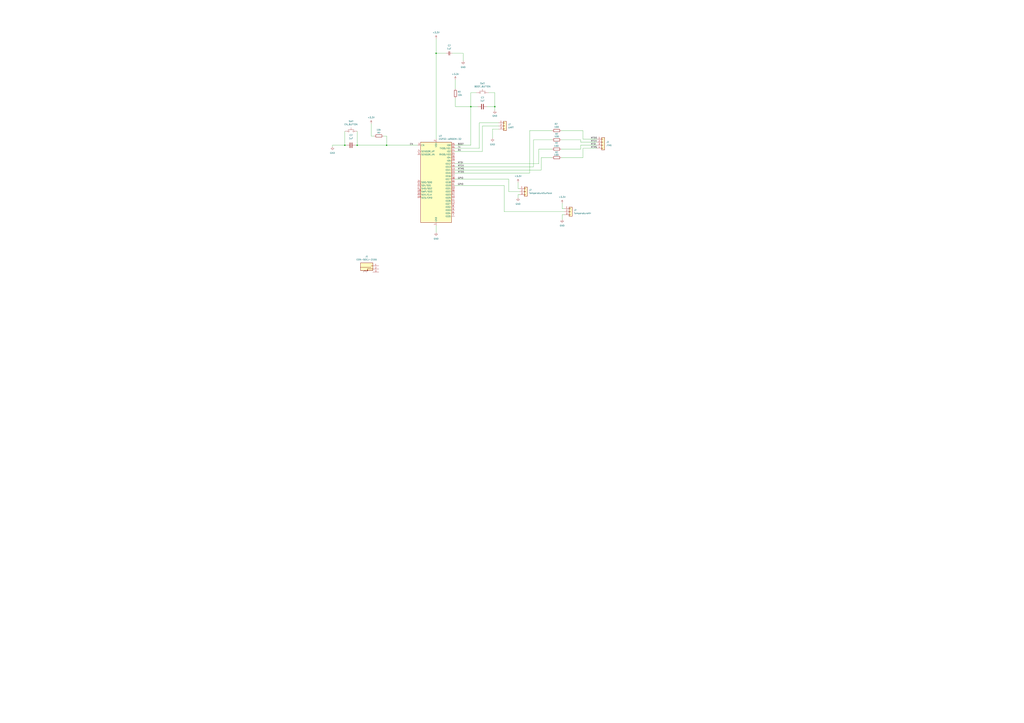
<source format=kicad_sch>
(kicad_sch (version 20231120) (generator "eeschema") (generator_version "8.0")
  (paper "A1")
  (lib_symbols
    (symbol "CON-SOCJ-2155:CON-SOCJ-2155" (pin_names (offset 1.016))
      (property "Reference" "J" (at -5.08 5.08 0))
      (property "Value" "CON-SOCJ-2155" (at -5.08 -4.318 0))
      (symbol "CON-SOCJ-2155_0_0"
        (rectangle (start -4.8683 -1.397) (end 5.2917 4.953) (stroke (width 0.254)) (fill (type background)))
        (polyline (pts (xy -2.54 -2.54) (xy -1.27 -1.27)) (stroke (width 0.254)))
        (polyline (pts (xy -1.27 -1.27) (xy 0 -2.54)) (stroke (width 0.254)))
        (polyline (pts (xy 0.762 0) (xy 0.762 -1.778)) (stroke (width 0.254)))
        (polyline (pts (xy 0.762 0) (xy 5.08 0)) (stroke (width 0.254)))
        (polyline (pts (xy 3.81 1.27) (xy -5.08 1.27)) (stroke (width 0.254)))
        (polyline (pts (xy 3.81 2.54) (xy 5.08 2.54)) (stroke (width 0.254)))
        (polyline (pts (xy 0.762 -1.778) (xy 0.508 -1.016) (xy 1.016 -1.016) (xy 0.762 -1.778)) (stroke (width 0.254)) (fill (type outline)))
        (pin passive line (at 10.16 2.54 180) (length 5.08) (name "~") (number "1"))
        (pin passive line (at 10.16 0 180) (length 5.08) (name "~") (number "2"))
        (pin passive line (at 10.16 -2.54 180) (length 5.08) (name "~") (number "3"))
      )
    )
    (symbol "Connector_Generic:Conn_01x03" (pin_names (offset 1.016) hide)
      (property "Reference" "J" (at 0 5.08 0))
      (property "Value" "Conn_01x03" (at 0 -5.08 0))
      (symbol "Conn_01x03_1_1"
        (rectangle (start -1.27 -2.413) (end 0 -2.667) (stroke (width 0.1524)))
        (rectangle (start -1.27 0.127) (end 0 -0.127) (stroke (width 0.1524)))
        (rectangle (start -1.27 2.667) (end 0 2.413) (stroke (width 0.1524)))
        (rectangle (start -1.27 3.81) (end 1.27 -3.81) (stroke (width 0.254)) (fill (type background)))
        (pin passive line (at -5.08 2.54 0) (length 3.81) (name "Pin_1") (number "1"))
        (pin passive line (at -5.08 0 0) (length 3.81) (name "Pin_2") (number "2"))
        (pin passive line (at -5.08 -2.54 0) (length 3.81) (name "Pin_3") (number "3"))
      )
    )
    (symbol "Connector_Generic:Conn_01x04" (pin_names (offset 1.016) hide)
      (property "Reference" "J" (at 0 5.08 0))
      (property "Value" "Conn_01x04" (at 0 -7.62 0))
      (symbol "Conn_01x04_1_1"
        (rectangle (start -1.27 -4.953) (end 0 -5.207) (stroke (width 0.1524)))
        (rectangle (start -1.27 -2.413) (end 0 -2.667) (stroke (width 0.1524)))
        (rectangle (start -1.27 0.127) (end 0 -0.127) (stroke (width 0.1524)))
        (rectangle (start -1.27 2.667) (end 0 2.413) (stroke (width 0.1524)))
        (rectangle (start -1.27 3.81) (end 1.27 -6.35) (stroke (width 0.254)) (fill (type background)))
        (pin passive line (at -5.08 2.54 0) (length 3.81) (name "Pin_1") (number "1"))
        (pin passive line (at -5.08 0 0) (length 3.81) (name "Pin_2") (number "2"))
        (pin passive line (at -5.08 -2.54 0) (length 3.81) (name "Pin_3") (number "3"))
        (pin passive line (at -5.08 -5.08 0) (length 3.81) (name "Pin_4") (number "4"))
      )
    )
    (symbol "Device:C" (pin_numbers hide) (pin_names (offset 0.254))
      (property "Reference" "C" (at 0.635 2.54 0))
      (property "Value" "C" (at 0.635 -2.54 0))
      (symbol "C_0_1"
        (polyline (pts (xy -2.032 -0.762) (xy 2.032 -0.762)) (stroke (width 0.508)))
        (polyline (pts (xy -2.032 0.762) (xy 2.032 0.762)) (stroke (width 0.508)))
      )
      (symbol "C_1_1"
        (pin passive line (at 0 3.81 270) (length 2.794) (name "~") (number "1"))
        (pin passive line (at 0 -3.81 90) (length 2.794) (name "~") (number "2"))
      )
    )
    (symbol "Device:C_Small" (pin_numbers hide) (pin_names (offset 0.254) hide)
      (property "Reference" "C" (at 0.254 1.778 0))
      (property "Value" "C_Small" (at 0.254 -2.032 0))
      (symbol "C_Small_0_1"
        (polyline (pts (xy -1.524 -0.508) (xy 1.524 -0.508)) (stroke (width 0.3302)))
        (polyline (pts (xy -1.524 0.508) (xy 1.524 0.508)) (stroke (width 0.3048)))
      )
      (symbol "C_Small_1_1"
        (pin passive line (at 0 2.54 270) (length 2.032) (name "~") (number "1"))
        (pin passive line (at 0 -2.54 90) (length 2.032) (name "~") (number "2"))
      )
    )
    (symbol "Device:R" (pin_numbers hide) (pin_names (offset 0))
      (property "Reference" "R" (at 2.032 0 90))
      (property "Value" "R" (at 0 0 90))
      (symbol "R_0_1"
        (rectangle (start -1.016 -2.54) (end 1.016 2.54) (stroke (width 0.254)))
      )
      (symbol "R_1_1"
        (pin passive line (at 0 3.81 270) (length 1.27) (name "~") (number "1"))
        (pin passive line (at 0 -3.81 90) (length 1.27) (name "~") (number "2"))
      )
    )
    (symbol "ESP32-WROOM-32_1"
      (property "Reference" "U" (at -12.7 34.29 0))
      (property "Value" "ESP32-WROOM-32" (at 1.27 34.29 0))
      (symbol "ESP32-WROOM-32_1_0_1"
        (rectangle (start -12.7 33.02) (end 12.7 -33.02) (stroke (width 0.254)) (fill (type background)))
      )
      (symbol "ESP32-WROOM-32_1_1_1"
        (pin power_in line (at 0 -35.56 90) (length 2.54) (name "GND") (number "1"))
        (pin bidirectional line (at 15.24 -12.7 180) (length 2.54) (name "IO25") (number "10"))
        (pin bidirectional line (at 15.24 -15.24 180) (length 2.54) (name "IO26") (number "11"))
        (pin bidirectional line (at 15.24 -17.78 180) (length 2.54) (name "IO27") (number "12"))
        (pin bidirectional line (at 15.24 10.16 180) (length 2.54) (name "IO14") (number "13"))
        (pin bidirectional line (at 15.24 15.24 180) (length 2.54) (name "IO12") (number "14"))
        (pin passive line (at 0 -35.56 90) (length 2.54) hide (name "GND") (number "15"))
        (pin bidirectional line (at 15.24 12.7 180) (length 2.54) (name "IO13") (number "16"))
        (pin bidirectional line (at -15.24 -5.08 0) (length 2.54) (name "SHD/SD2") (number "17"))
        (pin bidirectional line (at -15.24 -7.62 0) (length 2.54) (name "SWP/SD3") (number "18"))
        (pin bidirectional line (at -15.24 -12.7 0) (length 2.54) (name "SCS/CMD") (number "19"))
        (pin power_in line (at 0 35.56 270) (length 2.54) (name "VDD") (number "2"))
        (pin bidirectional line (at -15.24 -10.16 0) (length 2.54) (name "SCK/CLK") (number "20"))
        (pin bidirectional line (at -15.24 0 0) (length 2.54) (name "SDO/SD0") (number "21"))
        (pin bidirectional line (at -15.24 -2.54 0) (length 2.54) (name "SDI/SD1") (number "22"))
        (pin bidirectional line (at 15.24 7.62 180) (length 2.54) (name "IO15") (number "23"))
        (pin bidirectional line (at 15.24 25.4 180) (length 2.54) (name "IO2") (number "24"))
        (pin bidirectional line (at 15.24 30.48 180) (length 2.54) (name "IO0") (number "25"))
        (pin bidirectional line (at 15.24 20.32 180) (length 2.54) (name "IO4") (number "26"))
        (pin bidirectional line (at 15.24 5.08 180) (length 2.54) (name "IO16") (number "27"))
        (pin bidirectional line (at 15.24 2.54 180) (length 2.54) (name "IO17") (number "28"))
        (pin bidirectional line (at 15.24 17.78 180) (length 2.54) (name "IO5") (number "29"))
        (pin input line (at -15.24 30.48 0) (length 2.54) (name "EN") (number "3"))
        (pin bidirectional line (at 15.24 0 180) (length 2.54) (name "IO18") (number "30"))
        (pin bidirectional line (at 15.24 -2.54 180) (length 2.54) (name "IO19") (number "31"))
        (pin no_connect line (at -12.7 -27.94 0) (length 2.54) hide (name "NC") (number "32"))
        (pin bidirectional line (at 15.24 -5.08 180) (length 2.54) (name "IO21") (number "33"))
        (pin bidirectional line (at 15.24 22.86 180) (length 2.54) (name "RXD0/IO3") (number "34"))
        (pin bidirectional line (at 15.24 27.94 180) (length 2.54) (name "TXD0/IO1") (number "35"))
        (pin bidirectional line (at 15.24 -7.62 180) (length 2.54) (name "IO22") (number "36"))
        (pin bidirectional line (at 15.24 -10.16 180) (length 2.54) (name "IO23") (number "37"))
        (pin passive line (at 0 -35.56 90) (length 2.54) hide (name "GND") (number "38"))
        (pin passive line (at 0 -35.56 90) (length 2.54) hide (name "GND") (number "39"))
        (pin input line (at -15.24 25.4 0) (length 2.54) (name "SENSOR_VP") (number "4"))
        (pin input line (at -15.24 22.86 0) (length 2.54) (name "SENSOR_VN") (number "5"))
        (pin input line (at 15.24 -25.4 180) (length 2.54) (name "IO34") (number "6"))
        (pin input line (at 15.24 -27.94 180) (length 2.54) (name "IO35") (number "7"))
        (pin bidirectional line (at 15.24 -20.32 180) (length 2.54) (name "IO32") (number "8"))
        (pin bidirectional line (at 15.24 -22.86 180) (length 2.54) (name "IO33") (number "9"))
      )
    )
    (symbol "Switch:SW_Push" (pin_numbers hide) (pin_names (offset 1.016) hide)
      (property "Reference" "SW" (at 1.27 2.54 0))
      (property "Value" "SW_Push" (at 0 -1.524 0))
      (symbol "SW_Push_0_1"
        (circle (center -2.032 0) (radius 0.508))
        (polyline (pts (xy 0 1.27) (xy 0 3.048)))
        (polyline (pts (xy 2.54 1.27) (xy -2.54 1.27)))
        (circle (center 2.032 0) (radius 0.508))
        (pin passive line (at -5.08 0 0) (length 2.54) (name "1") (number "1"))
        (pin passive line (at 5.08 0 180) (length 2.54) (name "2") (number "2"))
      )
    )
    (symbol "power:+3.3V" (power) (pin_names (offset 0))
      (property "Value" "+3.3V" (at 0 3.556 0))
      (symbol "+3.3V_0_1"
        (polyline (pts (xy -0.762 1.27) (xy 0 2.54)))
        (polyline (pts (xy 0 0) (xy 0 2.54)))
        (polyline (pts (xy 0 2.54) (xy 0.762 1.27)))
      )
      (symbol "+3.3V_1_1"
        (pin power_in line (at 0 0 90) (length 0) hide (name "+3.3V") (number "1"))
      )
    )
    (symbol "power:GND" (power) (pin_names (offset 0))
      (property "Value" "GND" (at 0 -3.81 0))
      (symbol "GND_0_1"
        (polyline (pts (xy 0 0) (xy 0 -1.27) (xy 1.27 -1.27) (xy 0 -2.54) (xy -1.27 -1.27) (xy 0 -1.27)))
      )
      (symbol "GND_1_1"
        (pin power_in line (at 0 0 270) (length 0) hide (name "GND") (number "1"))
      )
    )
  )
  (junction (at 293.37 119.38))
  (junction (at 317.5 119.38))
  (junction (at 283.21 119.38))
  (junction (at 358.14 43.815))
  (junction (at 386.715 87.63))
  (junction (at 406.4 87.63))
  (wire (pts (xy 373.38 119.38) (xy 386.715 119.38)))
  (wire (pts (xy 396.24 124.46) (xy 396.24 103.505)))
  (wire (pts (xy 438.15 137.16) (xy 438.15 114.935)))
  (wire (pts (xy 373.38 134.62) (xy 442.595 134.62)))
  (wire (pts (xy 476.885 114.935) (xy 476.885 116.84)))
  (wire (pts (xy 461.01 129.54) (xy 478.79 129.54)))
  (wire (pts (xy 386.715 87.63) (xy 374.015 87.63)))
  (wire (pts (xy 317.5 111.76) (xy 314.96 111.76)))
  (wire (pts (xy 426.72 154.94) (xy 425.45 154.94)))
  (wire (pts (xy 373.38 137.16) (xy 438.15 137.16)))
  (wire (pts (xy 371.475 43.815) (xy 380.365 43.815)))
  (wire (pts (xy 283.21 119.38) (xy 284.48 119.38)))
  (wire (pts (xy 434.975 107.315) (xy 453.39 107.315)))
  (wire (pts (xy 461.645 176.53) (xy 461.645 180.34)))
  (wire (pts (xy 358.14 185.42) (xy 358.14 191.135)))
  (wire (pts (xy 386.715 87.63) (xy 392.43 87.63)))
  (wire (pts (xy 438.15 114.935) (xy 453.39 114.935)))
  (wire (pts (xy 293.37 119.38) (xy 317.5 119.38)))
  (wire (pts (xy 283.21 107.95) (xy 283.21 119.38)))
  (wire (pts (xy 442.595 122.555) (xy 453.39 122.555)))
  (wire (pts (xy 406.4 87.63) (xy 406.4 90.805)))
  (wire (pts (xy 478.79 114.3) (xy 490.22 114.3)))
  (wire (pts (xy 386.715 76.2) (xy 391.16 76.2)))
  (wire (pts (xy 396.24 103.505) (xy 409.575 103.505)))
  (wire (pts (xy 461.01 114.935) (xy 476.885 114.935)))
  (wire (pts (xy 317.5 119.38) (xy 317.5 111.76)))
  (wire (pts (xy 417.83 147.32) (xy 417.83 157.48)))
  (wire (pts (xy 426.72 160.02) (xy 425.45 160.02)))
  (wire (pts (xy 476.885 122.555) (xy 476.885 119.38)))
  (wire (pts (xy 292.1 119.38) (xy 293.37 119.38)))
  (wire (pts (xy 393.7 121.92) (xy 393.7 100.965)))
  (wire (pts (xy 406.4 87.63) (xy 406.4 76.2)))
  (wire (pts (xy 380.365 43.815) (xy 380.365 50.165)))
  (wire (pts (xy 342.9 119.38) (xy 317.5 119.38)))
  (wire (pts (xy 414.02 152.4) (xy 414.02 173.99)))
  (wire (pts (xy 476.885 116.84) (xy 490.22 116.84)))
  (wire (pts (xy 386.715 87.63) (xy 386.715 76.2)))
  (wire (pts (xy 444.5 129.54) (xy 453.39 129.54)))
  (wire (pts (xy 304.8 111.76) (xy 304.8 101.6)))
  (wire (pts (xy 417.83 157.48) (xy 426.72 157.48)))
  (wire (pts (xy 358.14 31.75) (xy 358.14 43.815)))
  (wire (pts (xy 463.55 171.45) (xy 461.645 171.45)))
  (wire (pts (xy 425.45 154.94) (xy 425.45 149.86)))
  (wire (pts (xy 358.14 43.815) (xy 366.395 43.815)))
  (wire (pts (xy 373.38 142.24) (xy 434.975 142.24)))
  (wire (pts (xy 307.34 111.76) (xy 304.8 111.76)))
  (wire (pts (xy 401.32 76.2) (xy 406.4 76.2)))
  (wire (pts (xy 478.79 121.92) (xy 490.22 121.92)))
  (wire (pts (xy 461.645 171.45) (xy 461.645 167.005)))
  (wire (pts (xy 386.715 119.38) (xy 386.715 87.63)))
  (wire (pts (xy 373.38 152.4) (xy 414.02 152.4)))
  (wire (pts (xy 478.79 129.54) (xy 478.79 121.92)))
  (wire (pts (xy 409.575 106.045) (xy 404.495 106.045)))
  (wire (pts (xy 373.38 124.46) (xy 396.24 124.46)))
  (wire (pts (xy 283.21 119.38) (xy 273.05 119.38)))
  (wire (pts (xy 358.14 43.815) (xy 358.14 114.3)))
  (wire (pts (xy 414.02 173.99) (xy 463.55 173.99)))
  (wire (pts (xy 373.38 139.7) (xy 444.5 139.7)))
  (wire (pts (xy 400.05 87.63) (xy 406.4 87.63)))
  (wire (pts (xy 434.975 107.315) (xy 434.975 142.24)))
  (wire (pts (xy 461.01 122.555) (xy 476.885 122.555)))
  (wire (pts (xy 393.7 100.965) (xy 409.575 100.965)))
  (wire (pts (xy 373.38 121.92) (xy 393.7 121.92)))
  (wire (pts (xy 444.5 139.7) (xy 444.5 129.54)))
  (wire (pts (xy 442.595 134.62) (xy 442.595 122.555)))
  (wire (pts (xy 478.79 107.315) (xy 478.79 114.3)))
  (wire (pts (xy 404.495 106.045) (xy 404.495 113.665)))
  (wire (pts (xy 293.37 107.95) (xy 293.37 119.38)))
  (wire (pts (xy 461.01 107.315) (xy 478.79 107.315)))
  (wire (pts (xy 374.015 65.405) (xy 374.015 73.025)))
  (wire (pts (xy 273.05 119.38) (xy 273.05 120.65)))
  (wire (pts (xy 463.55 176.53) (xy 461.645 176.53)))
  (wire (pts (xy 425.45 160.02) (xy 425.45 162.56)))
  (wire (pts (xy 374.015 87.63) (xy 374.015 80.645)))
  (wire (pts (xy 476.885 119.38) (xy 490.22 119.38)))
  (wire (pts (xy 373.38 147.32) (xy 417.83 147.32)))
  (label "MTCK" (at 485.14 116.84 0))
  (label "BOOT" (at 375.92 119.38 0))
  (label "EN" (at 336.55 119.38 0))
  (label "MTDI" (at 485.14 119.38 0))
  (label "MTMS" (at 485.14 121.92 0))
  (label "MTDO" (at 375.92 142.24 0))
  (label "MTMS" (at 375.92 139.7 0))
  (label "RX" (at 375.92 124.46 0))
  (label "GPIO" (at 375.92 147.32 0))
  (label "MTDO" (at 485.14 114.3 0))
  (label "GPIO" (at 375.92 152.4 0))
  (label "MTCK" (at 375.92 137.16 0))
  (label "MTDI" (at 375.92 134.62 0))
  (label "TX" (at 375.92 121.92 0))
  (symbol (lib_id "power:+3.3V") (at 358.14 31.75 0) (unit 1)
    (property "Reference" "#PWR02" (effects (hide yes)))
    (property "Value" "+3.3V" (at 358.14 26.67 0))
  )
  (symbol (lib_id "Device:C") (at 288.29 119.38 90) (unit 1)
    (property "Reference" "C?" (at 288.29 111.125 90))
    (property "Value" "1uF" (at 288.29 113.665 90))
  )
  (symbol (lib_id "CON-SOCJ-2155:CON-SOCJ-2155") (at 300.99 220.98 0) (unit 1)
    (property "Reference" "J1" (at 301.0958 210.82 0))
    (property "Value" "CON-SOCJ-2155" (at 301.0958 213.36 0))
    (property "Footprint" "CON-SOCJ-2155:GRAVITECH_CON-SOCJ-2155" (effects (hide yes)))
    (property "MF" "Gravitech" (effects (hide yes)))
    (property "MAXIMUM_PACKAGE_HEIGHT" "11.1 mm" (effects (hide yes)))
    (property "Package" "None" (effects (hide yes)))
    (property "Price" "None" (effects (hide yes)))
    (property "Check_prices" "https://www.snapeda.com/parts/CON-SOCJ-2155/Gravitech/view-part/?ref=eda" (effects (hide yes)))
    (property "STANDARD" "Manufacturer Recommendations" (effects (hide yes)))
    (property "PARTREV" "NA" (effects (hide yes)))
    (property "SnapEDA_Link" "https://www.snapeda.com/parts/CON-SOCJ-2155/Gravitech/view-part/?ref=snap" (effects (hide yes)))
    (property "MP" "CON-SOCJ-2155" (effects (hide yes)))
    (property "Description_1" "\n                        \n                            DC Power Connectors Power Jack/Connector 2.1mm x 5.5mm\n                        \n" (effects (hide yes)))
    (property "Availability" "Not in stock" (effects (hide yes)))
    (property "MANUFACTURER" "Gravitech" (effects (hide yes)))
  )
  (symbol (lib_id "power:+3.3V") (at 304.8 101.6 0) (unit 1)
    (property "Reference" "#PWR08" (effects (hide yes)))
    (property "Value" "+3.3V" (at 304.8 96.52 0))
  )
  (symbol (lib_id "power:GND") (at 358.14 191.135 0) (unit 1)
    (property "Reference" "#PWR01" (effects (hide yes)))
    (property "Value" "GND" (at 358.14 196.215 0))
  )
  (symbol (lib_id "Switch:SW_Push") (at 396.24 76.2 0) (unit 1)
    (property "Reference" "SW?" (at 396.24 68.58 0))
    (property "Value" "BOOT_BUTTON" (at 396.24 71.12 0))
  )
  (symbol (lib_id "Device:R") (at 457.2 129.54 90) (unit 1)
    (property "Reference" "R?" (at 457.2 125.222 90))
    (property "Value" "100" (at 456.946 127.254 90))
  )
  (symbol (lib_id "Device:R") (at 374.015 76.835 180) (unit 1)
    (property "Reference" "R?" (at 375.92 75.565 0) (effects (justify right)))
    (property "Value" "10k" (at 375.92 78.105 0) (effects (justify right)))
  )
  (symbol (lib_id "power:GND") (at 404.495 113.665 0) (unit 1)
    (property "Reference" "#PWR010" (effects (hide yes)))
    (property "Value" "GND" (at 404.495 118.745 0))
  )
  (symbol (lib_name "ESP32-WROOM-32_1") (lib_id "RF_Module:ESP32-WROOM-32") (at 358.14 149.86 0) (unit 1)
    (property "Reference" "U?" (at 360.3341 111.76 0) (effects (justify left)))
    (property "Value" "ESP32-WROOM-32" (at 360.3341 114.3 0) (effects (justify left)))
    (property "Footprint" "RF_Module:ESP32-WROOM-32" (effects (hide yes)))
    (property "Datasheet" "https://www.espressif.com/sites/default/files/documentation/esp32-wroom-32_datasheet_en.pdf" (effects (hide yes)))
  )
  (symbol (lib_id "Connector_Generic:Conn_01x03") (at 414.655 103.505 0) (unit 1)
    (property "Reference" "J?" (at 417.195 102.235 0) (effects (justify left)))
    (property "Value" "UART" (at 417.195 104.775 0) (effects (justify left)))
  )
  (symbol (lib_id "Device:C_Small") (at 368.935 43.815 90) (unit 1)
    (property "Reference" "C?" (at 368.9413 37.465 90))
    (property "Value" "1uF" (at 368.9413 40.005 90))
  )
  (symbol (lib_id "Device:R") (at 457.2 114.935 90) (unit 1)
    (property "Reference" "R?" (at 457.2 110.109 90))
    (property "Value" "100" (at 457.2 112.268 90))
  )
  (symbol (lib_id "Device:R") (at 311.15 111.76 270) (unit 1)
    (property "Reference" "R?" (at 309.88 109.22 90) (effects (justify left)))
    (property "Value" "10k" (at 309.245 106.68 90) (effects (justify left)))
  )
  (symbol (lib_id "power:+3.3V") (at 374.015 65.405 0) (unit 1)
    (property "Reference" "#PWR012" (effects (hide yes)))
    (property "Value" "+3.3V" (at 374.015 60.96 0))
  )
  (symbol (lib_id "Connector_Generic:Conn_01x04") (at 495.3 116.84 0) (unit 1)
    (property "Reference" "J?" (at 497.84 116.84 0) (effects (justify left)))
    (property "Value" "JTAG" (at 497.84 119.38 0) (effects (justify left)))
  )
  (symbol (lib_id "power:GND") (at 425.45 162.56 0) (unit 1)
    (property "Reference" "#PWR06" (effects (hide yes)))
    (property "Value" "GND" (at 425.45 167.64 0))
  )
  (symbol (lib_id "Device:R") (at 457.2 122.555 90) (unit 1)
    (property "Reference" "R?" (at 457.2 117.475 90))
    (property "Value" "100" (at 456.946 120.015 90))
  )
  (symbol (lib_id "Device:R") (at 457.2 107.315 90) (unit 1)
    (property "Reference" "R?" (at 456.692 101.981 90))
    (property "Value" "100" (at 457.073 104.394 90))
  )
  (symbol (lib_id "power:+3.3V") (at 461.645 167.005 0) (unit 1)
    (property "Reference" "#PWR013" (effects (hide yes)))
    (property "Value" "+3.3V" (at 461.645 161.925 0))
  )
  (symbol (lib_id "power:GND") (at 406.4 90.805 0) (unit 1)
    (property "Reference" "#PWR015" (effects (hide yes)))
    (property "Value" "GND" (at 406.4 95.25 0))
  )
  (symbol (lib_id "Device:C") (at 396.24 87.63 90) (unit 1)
    (property "Reference" "C?" (at 396.24 80.264 90))
    (property "Value" "1uF" (at 396.24 82.804 90))
  )
  (symbol (lib_id "power:GND") (at 461.645 180.34 0) (unit 1)
    (property "Reference" "#PWR014" (effects (hide yes)))
    (property "Value" "GND" (at 461.645 185.42 0))
  )
  (symbol (lib_id "power:+3.3V") (at 425.45 149.86 0) (unit 1)
    (property "Reference" "#PWR04" (effects (hide yes)))
    (property "Value" "+3.3V" (at 425.45 144.78 0))
  )
  (symbol (lib_id "power:GND") (at 380.365 50.165 0) (unit 1)
    (property "Reference" "#PWR03" (effects (hide yes)))
    (property "Value" "GND" (at 380.365 55.245 0))
  )
  (symbol (lib_id "Switch:SW_Push") (at 288.29 107.95 0) (unit 1)
    (property "Reference" "SW?" (at 288.29 99.695 0))
    (property "Value" "EN_BUTTON" (at 288.29 102.235 0))
  )
  (symbol (lib_id "power:GND") (at 273.05 120.65 0) (unit 1)
    (property "Reference" "#PWR09" (effects (hide yes)))
    (property "Value" "GND" (at 273.05 125.73 0))
  )
  (symbol (lib_id "Connector_Generic:Conn_01x03") (at 431.8 157.48 0) (unit 1)
    (property "Reference" "J?" (at 434.34 156.21 0) (effects (justify left)))
    (property "Value" "TemperatureSurface" (at 434.34 158.75 0) (effects (justify left)))
  )
  (symbol (lib_id "Connector_Generic:Conn_01x03") (at 468.63 173.99 0) (unit 1)
    (property "Reference" "J?" (at 471.17 172.72 0) (effects (justify left)))
    (property "Value" "TemperatureAir" (at 471.17 175.26 0) (effects (justify left)))
  )
)
</source>
